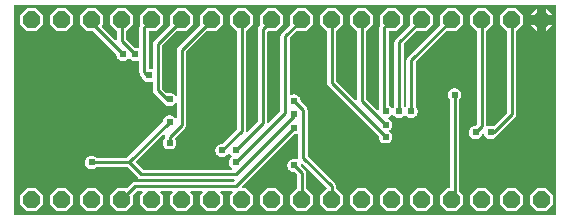
<source format=gbl>
G04 Layer: BottomLayer*
G04 EasyEDA v6.5.3, 2022-05-10 11:38:20*
G04 ab62d8b6a5be4e798c685c15e3818e9c,b03e5731a7a74599b12e1065cb71c7ef,10*
G04 Gerber Generator version 0.2*
G04 Scale: 100 percent, Rotated: No, Reflected: No *
G04 Dimensions in inches *
G04 leading zeros omitted , absolute positions ,3 integer and 6 decimal *
%FSLAX36Y36*%
%MOIN*%

%ADD10C,0.0100*%
%ADD11C,0.0240*%

%LPD*%
G36*
X614200Y3875200D02*
G01*
X612660Y3875500D01*
X611380Y3876380D01*
X610500Y3877660D01*
X610200Y3879200D01*
X610200Y4570800D01*
X610500Y4572340D01*
X611380Y4573620D01*
X612660Y4574500D01*
X614200Y4574800D01*
X2415800Y4574800D01*
X2417340Y4574500D01*
X2418620Y4573620D01*
X2419500Y4572340D01*
X2419800Y4570800D01*
X2419800Y3879200D01*
X2419500Y3877660D01*
X2418620Y3876380D01*
X2417340Y3875500D01*
X2415800Y3875200D01*
G37*

%LPC*%
G36*
X658720Y3887080D02*
G01*
X681280Y3887080D01*
X683460Y3887300D01*
X685380Y3887880D01*
X687140Y3888820D01*
X688840Y3890200D01*
X704800Y3906160D01*
X706180Y3907860D01*
X707120Y3909620D01*
X707700Y3911540D01*
X707920Y3913720D01*
X707920Y3936280D01*
X707700Y3938460D01*
X707120Y3940380D01*
X706180Y3942140D01*
X704800Y3943840D01*
X688840Y3959800D01*
X687140Y3961180D01*
X685380Y3962120D01*
X683460Y3962700D01*
X681280Y3962919D01*
X658720Y3962919D01*
X656540Y3962700D01*
X654620Y3962120D01*
X652860Y3961180D01*
X651160Y3959800D01*
X635220Y3943820D01*
X633820Y3942140D01*
X632880Y3940380D01*
X632300Y3938460D01*
X632100Y3936280D01*
X632100Y3913720D01*
X632300Y3911540D01*
X632880Y3909620D01*
X633820Y3907860D01*
X635220Y3906180D01*
X651160Y3890200D01*
X652860Y3888820D01*
X654620Y3887880D01*
X656540Y3887300D01*
G37*
G36*
X858720Y3887080D02*
G01*
X881280Y3887080D01*
X883460Y3887300D01*
X885380Y3887880D01*
X887140Y3888820D01*
X888840Y3890200D01*
X904800Y3906160D01*
X906180Y3907860D01*
X907120Y3909620D01*
X907700Y3911540D01*
X907920Y3913720D01*
X907920Y3936280D01*
X907700Y3938460D01*
X907120Y3940380D01*
X906180Y3942140D01*
X904800Y3943840D01*
X888840Y3959800D01*
X887140Y3961180D01*
X885380Y3962120D01*
X883460Y3962700D01*
X881280Y3962919D01*
X858720Y3962919D01*
X856540Y3962700D01*
X854620Y3962120D01*
X852860Y3961180D01*
X851160Y3959800D01*
X835220Y3943820D01*
X833820Y3942140D01*
X832880Y3940380D01*
X832300Y3938460D01*
X832099Y3936280D01*
X832099Y3913720D01*
X832300Y3911540D01*
X832880Y3909620D01*
X833820Y3907860D01*
X835220Y3906180D01*
X851160Y3890200D01*
X852860Y3888820D01*
X854620Y3887880D01*
X856540Y3887300D01*
G37*
G36*
X1458720Y3887080D02*
G01*
X1481279Y3887080D01*
X1483460Y3887300D01*
X1485380Y3887880D01*
X1487140Y3888820D01*
X1488839Y3890200D01*
X1504800Y3906160D01*
X1506180Y3907860D01*
X1507120Y3909620D01*
X1507700Y3911540D01*
X1507920Y3913720D01*
X1507920Y3936280D01*
X1507700Y3938460D01*
X1507120Y3940380D01*
X1506180Y3942140D01*
X1504800Y3943840D01*
X1488839Y3959800D01*
X1487140Y3961180D01*
X1485380Y3962120D01*
X1483460Y3962700D01*
X1481279Y3962919D01*
X1458720Y3962919D01*
X1456540Y3962700D01*
X1454620Y3962120D01*
X1452860Y3961180D01*
X1451160Y3959800D01*
X1435220Y3943820D01*
X1433820Y3942140D01*
X1432880Y3940380D01*
X1432300Y3938460D01*
X1432100Y3936280D01*
X1432100Y3913720D01*
X1432300Y3911540D01*
X1432880Y3909620D01*
X1433820Y3907860D01*
X1435220Y3906180D01*
X1451160Y3890200D01*
X1452860Y3888820D01*
X1454620Y3887880D01*
X1456540Y3887300D01*
G37*
G36*
X758720Y3887080D02*
G01*
X781280Y3887080D01*
X783460Y3887300D01*
X785380Y3887880D01*
X787140Y3888820D01*
X788840Y3890200D01*
X804800Y3906160D01*
X806180Y3907860D01*
X807120Y3909620D01*
X807700Y3911540D01*
X807920Y3913720D01*
X807920Y3936280D01*
X807700Y3938460D01*
X807120Y3940380D01*
X806180Y3942140D01*
X804800Y3943840D01*
X788840Y3959800D01*
X787140Y3961180D01*
X785380Y3962120D01*
X783460Y3962700D01*
X781280Y3962919D01*
X758720Y3962919D01*
X756540Y3962700D01*
X754620Y3962120D01*
X752860Y3961180D01*
X751160Y3959800D01*
X735220Y3943820D01*
X733820Y3942140D01*
X732880Y3940380D01*
X732300Y3938460D01*
X732099Y3936280D01*
X732099Y3913720D01*
X732300Y3911540D01*
X732880Y3909620D01*
X733820Y3907860D01*
X735220Y3906180D01*
X751160Y3890200D01*
X752860Y3888820D01*
X754620Y3887880D01*
X756540Y3887300D01*
G37*
G36*
X2158720Y3887080D02*
G01*
X2181280Y3887080D01*
X2183460Y3887300D01*
X2185380Y3887880D01*
X2187140Y3888820D01*
X2188840Y3890200D01*
X2204800Y3906160D01*
X2206180Y3907860D01*
X2207120Y3909620D01*
X2207700Y3911540D01*
X2207920Y3913720D01*
X2207920Y3936280D01*
X2207700Y3938460D01*
X2207120Y3940380D01*
X2206180Y3942140D01*
X2204800Y3943840D01*
X2188840Y3959800D01*
X2187140Y3961180D01*
X2185380Y3962120D01*
X2183460Y3962700D01*
X2181280Y3962919D01*
X2158720Y3962919D01*
X2156540Y3962700D01*
X2154620Y3962120D01*
X2152860Y3961180D01*
X2151160Y3959800D01*
X2135200Y3943840D01*
X2133820Y3942140D01*
X2132880Y3940380D01*
X2132300Y3938460D01*
X2132080Y3936280D01*
X2132080Y3913720D01*
X2132300Y3911540D01*
X2132880Y3909620D01*
X2133820Y3907860D01*
X2135200Y3906160D01*
X2151160Y3890200D01*
X2152860Y3888820D01*
X2154620Y3887880D01*
X2156540Y3887300D01*
G37*
G36*
X1958720Y3887080D02*
G01*
X1981279Y3887080D01*
X1983460Y3887300D01*
X1985380Y3887880D01*
X1987140Y3888820D01*
X1988839Y3890200D01*
X2004800Y3906160D01*
X2006180Y3907860D01*
X2007120Y3909620D01*
X2007700Y3911540D01*
X2007920Y3913720D01*
X2007920Y3936280D01*
X2007700Y3938460D01*
X2007120Y3940380D01*
X2006180Y3942140D01*
X2004800Y3943840D01*
X1988839Y3959800D01*
X1987140Y3961180D01*
X1985380Y3962120D01*
X1983460Y3962700D01*
X1981279Y3962919D01*
X1958720Y3962919D01*
X1956540Y3962700D01*
X1954620Y3962120D01*
X1952860Y3961180D01*
X1951160Y3959800D01*
X1935200Y3943840D01*
X1933820Y3942140D01*
X1932880Y3940380D01*
X1932300Y3938460D01*
X1932080Y3936280D01*
X1932080Y3913720D01*
X1932300Y3911540D01*
X1932880Y3909620D01*
X1933820Y3907860D01*
X1935200Y3906160D01*
X1951160Y3890200D01*
X1952860Y3888820D01*
X1954620Y3887880D01*
X1956540Y3887300D01*
G37*
G36*
X2258720Y3887080D02*
G01*
X2281280Y3887080D01*
X2283460Y3887300D01*
X2285380Y3887880D01*
X2287140Y3888820D01*
X2288840Y3890200D01*
X2304800Y3906160D01*
X2306180Y3907860D01*
X2307120Y3909620D01*
X2307700Y3911540D01*
X2307920Y3913720D01*
X2307920Y3936280D01*
X2307700Y3938460D01*
X2307120Y3940380D01*
X2306180Y3942140D01*
X2304800Y3943840D01*
X2288840Y3959800D01*
X2287140Y3961180D01*
X2285380Y3962120D01*
X2283460Y3962700D01*
X2281280Y3962919D01*
X2258720Y3962919D01*
X2256540Y3962700D01*
X2254620Y3962120D01*
X2252860Y3961180D01*
X2251160Y3959800D01*
X2235200Y3943840D01*
X2233820Y3942140D01*
X2232880Y3940380D01*
X2232300Y3938460D01*
X2232080Y3936280D01*
X2232080Y3913720D01*
X2232300Y3911540D01*
X2232880Y3909620D01*
X2233820Y3907860D01*
X2235200Y3906160D01*
X2251160Y3890200D01*
X2252860Y3888820D01*
X2254620Y3887880D01*
X2256540Y3887300D01*
G37*
G36*
X2358720Y3887080D02*
G01*
X2381280Y3887080D01*
X2383460Y3887300D01*
X2385380Y3887880D01*
X2387140Y3888820D01*
X2388840Y3890200D01*
X2404800Y3906160D01*
X2406180Y3907860D01*
X2407120Y3909620D01*
X2407700Y3911540D01*
X2407920Y3913720D01*
X2407920Y3936280D01*
X2407700Y3938460D01*
X2407120Y3940380D01*
X2406180Y3942140D01*
X2404800Y3943840D01*
X2388840Y3959800D01*
X2387140Y3961180D01*
X2385380Y3962120D01*
X2383460Y3962700D01*
X2381280Y3962919D01*
X2358720Y3962919D01*
X2356540Y3962700D01*
X2354620Y3962120D01*
X2352860Y3961180D01*
X2351160Y3959800D01*
X2335200Y3943840D01*
X2333820Y3942140D01*
X2332880Y3940380D01*
X2332300Y3938460D01*
X2332080Y3936280D01*
X2332080Y3913720D01*
X2332300Y3911540D01*
X2332880Y3909620D01*
X2333820Y3907860D01*
X2335200Y3906160D01*
X2351160Y3890200D01*
X2352860Y3888820D01*
X2354620Y3887880D01*
X2356540Y3887300D01*
G37*
G36*
X1758720Y3887080D02*
G01*
X1781279Y3887080D01*
X1783460Y3887300D01*
X1785380Y3887880D01*
X1787140Y3888820D01*
X1788839Y3890200D01*
X1804800Y3906160D01*
X1806180Y3907860D01*
X1807120Y3909620D01*
X1807700Y3911540D01*
X1807920Y3913720D01*
X1807920Y3936280D01*
X1807700Y3938460D01*
X1807120Y3940380D01*
X1806180Y3942140D01*
X1804800Y3943840D01*
X1788839Y3959800D01*
X1787140Y3961180D01*
X1785380Y3962120D01*
X1783460Y3962700D01*
X1781279Y3962919D01*
X1758720Y3962919D01*
X1756540Y3962700D01*
X1754620Y3962120D01*
X1752860Y3961180D01*
X1751160Y3959800D01*
X1735200Y3943840D01*
X1733820Y3942140D01*
X1732880Y3940380D01*
X1732300Y3938460D01*
X1732080Y3936280D01*
X1732080Y3913720D01*
X1732300Y3911540D01*
X1732880Y3909620D01*
X1733820Y3907860D01*
X1735200Y3906160D01*
X1751160Y3890200D01*
X1752860Y3888820D01*
X1754620Y3887880D01*
X1756540Y3887300D01*
G37*
G36*
X1858720Y3887080D02*
G01*
X1881279Y3887080D01*
X1883460Y3887300D01*
X1885380Y3887880D01*
X1887140Y3888820D01*
X1888839Y3890200D01*
X1904800Y3906160D01*
X1906180Y3907860D01*
X1907120Y3909620D01*
X1907700Y3911540D01*
X1907920Y3913720D01*
X1907920Y3936280D01*
X1907700Y3938460D01*
X1907120Y3940380D01*
X1906180Y3942140D01*
X1904800Y3943840D01*
X1888839Y3959800D01*
X1887140Y3961180D01*
X1885380Y3962120D01*
X1883460Y3962700D01*
X1881279Y3962919D01*
X1858720Y3962919D01*
X1856540Y3962700D01*
X1854620Y3962120D01*
X1852860Y3961180D01*
X1851160Y3959800D01*
X1835200Y3943840D01*
X1833820Y3942140D01*
X1832880Y3940380D01*
X1832300Y3938460D01*
X1832080Y3936280D01*
X1832080Y3913720D01*
X1832300Y3911540D01*
X1832880Y3909620D01*
X1833820Y3907860D01*
X1835200Y3906160D01*
X1851160Y3890200D01*
X1852860Y3888820D01*
X1854620Y3887880D01*
X1856540Y3887300D01*
G37*
G36*
X2058720Y3887080D02*
G01*
X2081279Y3887080D01*
X2083460Y3887300D01*
X2085380Y3887880D01*
X2087140Y3888820D01*
X2088839Y3890200D01*
X2104800Y3906160D01*
X2106180Y3907860D01*
X2107120Y3909620D01*
X2107700Y3911540D01*
X2107920Y3913720D01*
X2107920Y3936280D01*
X2107700Y3938460D01*
X2107120Y3940380D01*
X2106180Y3942140D01*
X2104800Y3943840D01*
X2096380Y3952260D01*
X2095500Y3953560D01*
X2095200Y3955080D01*
X2095200Y4257280D01*
X2095500Y4258820D01*
X2096380Y4260120D01*
X2097000Y4260740D01*
X2099220Y4263900D01*
X2100840Y4267420D01*
X2101840Y4271140D01*
X2102180Y4275000D01*
X2101840Y4278860D01*
X2100840Y4282580D01*
X2099220Y4286100D01*
X2097000Y4289260D01*
X2094259Y4292000D01*
X2091100Y4294220D01*
X2087580Y4295840D01*
X2083860Y4296840D01*
X2080000Y4297180D01*
X2076140Y4296840D01*
X2072420Y4295840D01*
X2068899Y4294220D01*
X2065740Y4292000D01*
X2063000Y4289260D01*
X2060780Y4286100D01*
X2059160Y4282580D01*
X2058160Y4278860D01*
X2057820Y4275000D01*
X2058160Y4271140D01*
X2059160Y4267420D01*
X2060780Y4263900D01*
X2063000Y4260740D01*
X2063620Y4260120D01*
X2064500Y4258820D01*
X2064800Y4257280D01*
X2064800Y3966920D01*
X2064500Y3965380D01*
X2063620Y3964100D01*
X2062340Y3963220D01*
X2060800Y3962919D01*
X2058720Y3962919D01*
X2056540Y3962700D01*
X2054620Y3962120D01*
X2052860Y3961180D01*
X2051160Y3959800D01*
X2035200Y3943840D01*
X2033820Y3942140D01*
X2032880Y3940380D01*
X2032300Y3938460D01*
X2032080Y3936280D01*
X2032080Y3913720D01*
X2032300Y3911540D01*
X2032880Y3909620D01*
X2033820Y3907860D01*
X2035200Y3906160D01*
X2051160Y3890200D01*
X2052860Y3888820D01*
X2054620Y3887880D01*
X2056540Y3887300D01*
G37*
G36*
X958720Y3887080D02*
G01*
X981280Y3887080D01*
X983460Y3887300D01*
X985380Y3887880D01*
X987140Y3888820D01*
X988840Y3890200D01*
X1004800Y3906160D01*
X1006180Y3907860D01*
X1007120Y3909620D01*
X1007700Y3911540D01*
X1007920Y3913720D01*
X1007920Y3936259D01*
X1007620Y3939000D01*
X1007660Y3940179D01*
X1008060Y3941300D01*
X1008760Y3942260D01*
X1020120Y3953620D01*
X1021420Y3954500D01*
X1022960Y3954800D01*
X1036520Y3954800D01*
X1038060Y3954500D01*
X1039360Y3953620D01*
X1040220Y3952340D01*
X1040520Y3950800D01*
X1040220Y3949280D01*
X1039360Y3947980D01*
X1035220Y3943820D01*
X1033820Y3942140D01*
X1032880Y3940380D01*
X1032300Y3938460D01*
X1032099Y3936280D01*
X1032099Y3913720D01*
X1032300Y3911540D01*
X1032880Y3909620D01*
X1033820Y3907860D01*
X1035220Y3906180D01*
X1051160Y3890200D01*
X1052860Y3888820D01*
X1054620Y3887880D01*
X1056540Y3887300D01*
X1058720Y3887080D01*
X1081280Y3887080D01*
X1083460Y3887300D01*
X1085380Y3887880D01*
X1087140Y3888820D01*
X1088840Y3890200D01*
X1104800Y3906160D01*
X1106180Y3907860D01*
X1107120Y3909620D01*
X1107700Y3911540D01*
X1107920Y3913720D01*
X1107920Y3936280D01*
X1107700Y3938460D01*
X1107120Y3940380D01*
X1106180Y3942140D01*
X1104800Y3943840D01*
X1100660Y3947980D01*
X1099780Y3949260D01*
X1099480Y3950800D01*
X1099780Y3952340D01*
X1100660Y3953620D01*
X1101960Y3954500D01*
X1103480Y3954800D01*
X1136520Y3954800D01*
X1138060Y3954500D01*
X1139360Y3953620D01*
X1140220Y3952340D01*
X1140520Y3950800D01*
X1140220Y3949280D01*
X1139360Y3947980D01*
X1135220Y3943820D01*
X1133820Y3942140D01*
X1132880Y3940380D01*
X1132300Y3938460D01*
X1132100Y3936280D01*
X1132100Y3913720D01*
X1132300Y3911540D01*
X1132880Y3909620D01*
X1133820Y3907860D01*
X1135220Y3906180D01*
X1151160Y3890200D01*
X1152860Y3888820D01*
X1154620Y3887880D01*
X1156540Y3887300D01*
X1158720Y3887080D01*
X1181280Y3887080D01*
X1183460Y3887300D01*
X1185380Y3887880D01*
X1187140Y3888820D01*
X1188840Y3890200D01*
X1204800Y3906160D01*
X1206180Y3907860D01*
X1207120Y3909620D01*
X1207700Y3911540D01*
X1207920Y3913720D01*
X1207920Y3936280D01*
X1207700Y3938460D01*
X1207120Y3940380D01*
X1206180Y3942140D01*
X1204800Y3943840D01*
X1200660Y3947980D01*
X1199780Y3949260D01*
X1199480Y3950800D01*
X1199780Y3952340D01*
X1200660Y3953620D01*
X1201960Y3954500D01*
X1203480Y3954800D01*
X1236520Y3954800D01*
X1238060Y3954500D01*
X1239360Y3953620D01*
X1240220Y3952340D01*
X1240520Y3950800D01*
X1240220Y3949280D01*
X1239360Y3947980D01*
X1235220Y3943820D01*
X1233820Y3942140D01*
X1232880Y3940380D01*
X1232300Y3938460D01*
X1232100Y3936280D01*
X1232100Y3913720D01*
X1232300Y3911540D01*
X1232880Y3909620D01*
X1233820Y3907860D01*
X1235220Y3906180D01*
X1251160Y3890200D01*
X1252860Y3888820D01*
X1254620Y3887880D01*
X1256540Y3887300D01*
X1258720Y3887080D01*
X1281279Y3887080D01*
X1283460Y3887300D01*
X1285380Y3887880D01*
X1287140Y3888820D01*
X1288839Y3890200D01*
X1304800Y3906160D01*
X1306180Y3907860D01*
X1307120Y3909620D01*
X1307700Y3911540D01*
X1307920Y3913720D01*
X1307920Y3936280D01*
X1307700Y3938460D01*
X1307120Y3940380D01*
X1306180Y3942140D01*
X1304800Y3943840D01*
X1300660Y3947980D01*
X1299780Y3949260D01*
X1299480Y3950800D01*
X1299780Y3952340D01*
X1300660Y3953620D01*
X1301960Y3954500D01*
X1303480Y3954800D01*
X1336519Y3954800D01*
X1338060Y3954500D01*
X1339360Y3953620D01*
X1340220Y3952340D01*
X1340520Y3950800D01*
X1340220Y3949280D01*
X1339360Y3947980D01*
X1335220Y3943820D01*
X1333820Y3942140D01*
X1332880Y3940380D01*
X1332300Y3938460D01*
X1332100Y3936280D01*
X1332100Y3913720D01*
X1332300Y3911540D01*
X1332880Y3909620D01*
X1333820Y3907860D01*
X1335220Y3906180D01*
X1351160Y3890200D01*
X1352860Y3888820D01*
X1354620Y3887880D01*
X1356540Y3887300D01*
X1358720Y3887080D01*
X1381279Y3887080D01*
X1383460Y3887300D01*
X1385380Y3887880D01*
X1387140Y3888820D01*
X1388839Y3890200D01*
X1404800Y3906160D01*
X1406180Y3907860D01*
X1407120Y3909620D01*
X1407700Y3911540D01*
X1407920Y3913720D01*
X1407920Y3936280D01*
X1407700Y3938460D01*
X1407120Y3940380D01*
X1406180Y3942140D01*
X1404800Y3943840D01*
X1388839Y3959800D01*
X1387140Y3961180D01*
X1385380Y3962120D01*
X1383460Y3962700D01*
X1381279Y3962919D01*
X1374079Y3962919D01*
X1372540Y3963220D01*
X1371240Y3964100D01*
X1370380Y3965380D01*
X1370080Y3966920D01*
X1370380Y3968460D01*
X1371240Y3969740D01*
X1543220Y4141720D01*
X1544360Y4142520D01*
X1545700Y4142880D01*
X1548860Y4143159D01*
X1552580Y4144160D01*
X1554100Y4144860D01*
X1555660Y4145240D01*
X1557240Y4144980D01*
X1558580Y4144120D01*
X1559480Y4142799D01*
X1559800Y4141240D01*
X1559800Y4065200D01*
X1559900Y4064100D01*
X1559720Y4062440D01*
X1558880Y4061000D01*
X1557500Y4060020D01*
X1555860Y4059700D01*
X1554240Y4060080D01*
X1552580Y4060840D01*
X1548860Y4061840D01*
X1545000Y4062180D01*
X1541140Y4061840D01*
X1537420Y4060840D01*
X1533899Y4059220D01*
X1530740Y4057000D01*
X1528000Y4054260D01*
X1525780Y4051100D01*
X1524160Y4047580D01*
X1523160Y4043860D01*
X1522820Y4040000D01*
X1523160Y4036139D01*
X1524160Y4032420D01*
X1525780Y4028900D01*
X1528000Y4025740D01*
X1530740Y4023000D01*
X1533899Y4020779D01*
X1537420Y4019160D01*
X1541140Y4018159D01*
X1544300Y4017880D01*
X1545640Y4017520D01*
X1546780Y4016720D01*
X1553620Y4009880D01*
X1554500Y4008580D01*
X1554800Y4007040D01*
X1554800Y3964620D01*
X1554400Y3962880D01*
X1553300Y3961500D01*
X1551140Y3959780D01*
X1535220Y3943820D01*
X1533820Y3942140D01*
X1532880Y3940380D01*
X1532300Y3938460D01*
X1532100Y3936280D01*
X1532100Y3913720D01*
X1532300Y3911540D01*
X1532880Y3909620D01*
X1533820Y3907860D01*
X1535220Y3906180D01*
X1551160Y3890200D01*
X1552860Y3888820D01*
X1554620Y3887880D01*
X1556540Y3887300D01*
X1558720Y3887080D01*
X1581279Y3887080D01*
X1583460Y3887300D01*
X1585380Y3887880D01*
X1587140Y3888820D01*
X1588839Y3890200D01*
X1604800Y3906160D01*
X1606180Y3907860D01*
X1607120Y3909620D01*
X1607700Y3911540D01*
X1607920Y3913720D01*
X1607920Y3936280D01*
X1607700Y3938460D01*
X1607120Y3940380D01*
X1606180Y3942140D01*
X1604800Y3943840D01*
X1588839Y3959780D01*
X1586699Y3961500D01*
X1585600Y3962880D01*
X1585200Y3964620D01*
X1585200Y4014800D01*
X1584880Y4017960D01*
X1584019Y4020800D01*
X1582620Y4023440D01*
X1580600Y4025880D01*
X1568280Y4038220D01*
X1567480Y4039360D01*
X1567060Y4041460D01*
X1567240Y4043060D01*
X1568060Y4044460D01*
X1569360Y4045440D01*
X1570920Y4045800D01*
X1572520Y4045520D01*
X1573880Y4044640D01*
X1652200Y3966320D01*
X1653100Y3964920D01*
X1653360Y3963279D01*
X1652940Y3961680D01*
X1651900Y3960400D01*
X1651160Y3959800D01*
X1635220Y3943820D01*
X1633820Y3942140D01*
X1632880Y3940380D01*
X1632300Y3938460D01*
X1632100Y3936280D01*
X1632100Y3913720D01*
X1632300Y3911540D01*
X1632880Y3909620D01*
X1633820Y3907860D01*
X1635220Y3906180D01*
X1651160Y3890200D01*
X1652860Y3888820D01*
X1654620Y3887880D01*
X1656540Y3887300D01*
X1658720Y3887080D01*
X1681279Y3887080D01*
X1683460Y3887300D01*
X1685380Y3887880D01*
X1687140Y3888820D01*
X1688839Y3890200D01*
X1704800Y3906160D01*
X1706180Y3907860D01*
X1707120Y3909620D01*
X1707700Y3911540D01*
X1707920Y3913720D01*
X1707920Y3936280D01*
X1707700Y3938460D01*
X1707120Y3940380D01*
X1706180Y3942140D01*
X1704800Y3943840D01*
X1688839Y3959780D01*
X1686699Y3961500D01*
X1685600Y3962880D01*
X1685200Y3964620D01*
X1685200Y3969800D01*
X1684880Y3972960D01*
X1684019Y3975800D01*
X1682620Y3978440D01*
X1680600Y3980880D01*
X1591380Y4070120D01*
X1590500Y4071420D01*
X1590200Y4072960D01*
X1590200Y4224800D01*
X1589880Y4227960D01*
X1589019Y4230800D01*
X1587620Y4233440D01*
X1585600Y4235880D01*
X1568280Y4253220D01*
X1567480Y4254360D01*
X1567120Y4255700D01*
X1566840Y4258860D01*
X1565840Y4262580D01*
X1564220Y4266100D01*
X1562000Y4269260D01*
X1559259Y4272000D01*
X1556100Y4274220D01*
X1552580Y4275840D01*
X1548860Y4276840D01*
X1545000Y4277180D01*
X1541140Y4276840D01*
X1537420Y4275840D01*
X1535900Y4275140D01*
X1534340Y4274760D01*
X1532760Y4275020D01*
X1531420Y4275880D01*
X1530520Y4277200D01*
X1530200Y4278760D01*
X1530200Y4462040D01*
X1530500Y4463580D01*
X1531380Y4464880D01*
X1552740Y4486240D01*
X1553700Y4486940D01*
X1554820Y4487340D01*
X1556000Y4487380D01*
X1558740Y4487080D01*
X1581279Y4487080D01*
X1583460Y4487300D01*
X1585380Y4487880D01*
X1587140Y4488820D01*
X1588839Y4490200D01*
X1604800Y4506160D01*
X1606180Y4507860D01*
X1607120Y4509620D01*
X1607700Y4511540D01*
X1607920Y4513720D01*
X1607920Y4536280D01*
X1607700Y4538460D01*
X1607120Y4540380D01*
X1606180Y4542140D01*
X1604800Y4543840D01*
X1588839Y4559800D01*
X1587140Y4561180D01*
X1585380Y4562120D01*
X1583460Y4562700D01*
X1581279Y4562920D01*
X1558720Y4562920D01*
X1556540Y4562700D01*
X1554620Y4562120D01*
X1552860Y4561180D01*
X1551160Y4559800D01*
X1535220Y4543820D01*
X1533820Y4542140D01*
X1532880Y4540380D01*
X1532300Y4538460D01*
X1532100Y4536280D01*
X1532100Y4513740D01*
X1532400Y4511020D01*
X1532200Y4509240D01*
X1531240Y4507740D01*
X1504400Y4480880D01*
X1502380Y4478440D01*
X1500980Y4475800D01*
X1500120Y4472960D01*
X1499800Y4469800D01*
X1499800Y4222960D01*
X1499500Y4221420D01*
X1498620Y4220120D01*
X1462020Y4183519D01*
X1460740Y4182660D01*
X1459199Y4182360D01*
X1457660Y4182660D01*
X1456380Y4183519D01*
X1455500Y4184820D01*
X1455200Y4186360D01*
X1455200Y4483080D01*
X1455500Y4484620D01*
X1456380Y4485900D01*
X1457660Y4486780D01*
X1459199Y4487080D01*
X1481279Y4487080D01*
X1483460Y4487300D01*
X1485380Y4487880D01*
X1487140Y4488820D01*
X1488839Y4490200D01*
X1504800Y4506160D01*
X1506180Y4507860D01*
X1507120Y4509620D01*
X1507700Y4511540D01*
X1507920Y4513720D01*
X1507920Y4536280D01*
X1507700Y4538460D01*
X1507120Y4540380D01*
X1506180Y4542140D01*
X1504800Y4543840D01*
X1488839Y4559800D01*
X1487140Y4561180D01*
X1485380Y4562120D01*
X1483460Y4562700D01*
X1481279Y4562920D01*
X1458720Y4562920D01*
X1456540Y4562700D01*
X1454620Y4562120D01*
X1452860Y4561180D01*
X1451160Y4559800D01*
X1435220Y4543820D01*
X1433820Y4542140D01*
X1432880Y4540380D01*
X1432300Y4538460D01*
X1432100Y4536280D01*
X1432100Y4513740D01*
X1432400Y4511020D01*
X1432200Y4509240D01*
X1431240Y4507740D01*
X1429400Y4505880D01*
X1427380Y4503440D01*
X1425980Y4500800D01*
X1425120Y4497960D01*
X1424800Y4494800D01*
X1424800Y4187960D01*
X1424500Y4186420D01*
X1423620Y4185120D01*
X1392020Y4153519D01*
X1390740Y4152660D01*
X1389199Y4152360D01*
X1387660Y4152660D01*
X1386380Y4153519D01*
X1385500Y4154820D01*
X1385200Y4156360D01*
X1385200Y4485380D01*
X1385600Y4487120D01*
X1386699Y4488500D01*
X1388839Y4490220D01*
X1404800Y4506160D01*
X1406180Y4507860D01*
X1407120Y4509620D01*
X1407700Y4511540D01*
X1407920Y4513720D01*
X1407920Y4536280D01*
X1407700Y4538460D01*
X1407120Y4540380D01*
X1406180Y4542140D01*
X1404800Y4543840D01*
X1388839Y4559800D01*
X1387140Y4561180D01*
X1385380Y4562120D01*
X1383460Y4562700D01*
X1381279Y4562920D01*
X1358720Y4562920D01*
X1356540Y4562700D01*
X1354620Y4562120D01*
X1352860Y4561180D01*
X1351160Y4559800D01*
X1335220Y4543820D01*
X1333820Y4542140D01*
X1332880Y4540380D01*
X1332300Y4538460D01*
X1332100Y4536280D01*
X1332100Y4513720D01*
X1332300Y4511540D01*
X1332880Y4509620D01*
X1333820Y4507860D01*
X1335220Y4506180D01*
X1351140Y4490220D01*
X1353300Y4488500D01*
X1354400Y4487120D01*
X1354800Y4485380D01*
X1354800Y4162960D01*
X1354500Y4161420D01*
X1353620Y4160120D01*
X1306780Y4113279D01*
X1305640Y4112480D01*
X1304300Y4112120D01*
X1301140Y4111840D01*
X1297420Y4110840D01*
X1293899Y4109220D01*
X1290740Y4107000D01*
X1288000Y4104260D01*
X1285780Y4101100D01*
X1284160Y4097580D01*
X1283160Y4093860D01*
X1282820Y4090000D01*
X1283160Y4086139D01*
X1284160Y4082420D01*
X1285780Y4078900D01*
X1288000Y4075740D01*
X1290740Y4073000D01*
X1293899Y4070779D01*
X1297420Y4069160D01*
X1301140Y4068159D01*
X1305000Y4067820D01*
X1308860Y4068159D01*
X1312580Y4069160D01*
X1316100Y4070779D01*
X1319259Y4073000D01*
X1322000Y4075740D01*
X1324220Y4078920D01*
X1325320Y4079980D01*
X1326740Y4080560D01*
X1328260Y4080560D01*
X1329680Y4079980D01*
X1330780Y4078920D01*
X1333000Y4075740D01*
X1335920Y4072820D01*
X1336780Y4071540D01*
X1337080Y4070000D01*
X1336780Y4068460D01*
X1335920Y4067180D01*
X1333000Y4064260D01*
X1330780Y4061100D01*
X1329160Y4057580D01*
X1328160Y4053860D01*
X1327820Y4050000D01*
X1328160Y4046139D01*
X1329160Y4042420D01*
X1330780Y4038900D01*
X1333000Y4035740D01*
X1335740Y4033000D01*
X1336500Y4032480D01*
X1337640Y4031259D01*
X1338180Y4029660D01*
X1338020Y4028000D01*
X1337180Y4026540D01*
X1335840Y4025560D01*
X1334199Y4025200D01*
X1042960Y4025200D01*
X1041420Y4025500D01*
X1040120Y4026380D01*
X1019320Y4047180D01*
X1018460Y4048460D01*
X1018160Y4050000D01*
X1018460Y4051540D01*
X1019320Y4052820D01*
X1108460Y4141960D01*
X1109940Y4142900D01*
X1111680Y4143120D01*
X1113340Y4142559D01*
X1114620Y4141360D01*
X1115240Y4139720D01*
X1114800Y4134800D01*
X1114800Y4132720D01*
X1114500Y4131180D01*
X1113620Y4129880D01*
X1113000Y4129260D01*
X1110780Y4126100D01*
X1109160Y4122580D01*
X1108160Y4118860D01*
X1107820Y4115000D01*
X1108160Y4111139D01*
X1109160Y4107420D01*
X1110780Y4103900D01*
X1113000Y4100740D01*
X1115740Y4098000D01*
X1118900Y4095779D01*
X1122420Y4094160D01*
X1126140Y4093159D01*
X1130000Y4092820D01*
X1133860Y4093159D01*
X1137580Y4094160D01*
X1141100Y4095779D01*
X1144260Y4098000D01*
X1147000Y4100740D01*
X1149220Y4103900D01*
X1150840Y4107420D01*
X1151840Y4111139D01*
X1152180Y4115000D01*
X1151840Y4118860D01*
X1150840Y4122580D01*
X1149220Y4126100D01*
X1148400Y4127240D01*
X1147820Y4128500D01*
X1147700Y4129880D01*
X1148060Y4131220D01*
X1148860Y4132360D01*
X1180600Y4164120D01*
X1182620Y4166560D01*
X1184020Y4169200D01*
X1184880Y4172040D01*
X1185200Y4175200D01*
X1185200Y4417040D01*
X1185500Y4418580D01*
X1186380Y4419880D01*
X1252740Y4486240D01*
X1253700Y4486940D01*
X1254820Y4487340D01*
X1256000Y4487380D01*
X1258740Y4487080D01*
X1281279Y4487080D01*
X1283460Y4487300D01*
X1285380Y4487880D01*
X1287140Y4488820D01*
X1288839Y4490200D01*
X1304800Y4506160D01*
X1306180Y4507860D01*
X1307120Y4509620D01*
X1307700Y4511540D01*
X1307920Y4513720D01*
X1307920Y4536280D01*
X1307700Y4538460D01*
X1307120Y4540380D01*
X1306180Y4542140D01*
X1304800Y4543840D01*
X1288839Y4559800D01*
X1287140Y4561180D01*
X1285380Y4562120D01*
X1283460Y4562700D01*
X1281279Y4562920D01*
X1258720Y4562920D01*
X1256540Y4562700D01*
X1254620Y4562120D01*
X1252860Y4561180D01*
X1251160Y4559800D01*
X1235220Y4543820D01*
X1233820Y4542140D01*
X1232880Y4540380D01*
X1232300Y4538460D01*
X1232100Y4536280D01*
X1232100Y4513740D01*
X1232400Y4511020D01*
X1232200Y4509240D01*
X1231240Y4507740D01*
X1159400Y4435880D01*
X1157380Y4433440D01*
X1155980Y4430800D01*
X1155120Y4427960D01*
X1154800Y4424800D01*
X1154800Y4275800D01*
X1154440Y4274160D01*
X1153460Y4272820D01*
X1152000Y4271980D01*
X1150340Y4271820D01*
X1148740Y4272360D01*
X1147520Y4273500D01*
X1147000Y4274260D01*
X1144260Y4277000D01*
X1141100Y4279220D01*
X1137580Y4280840D01*
X1133860Y4281840D01*
X1130000Y4282180D01*
X1126140Y4281840D01*
X1123260Y4281080D01*
X1121860Y4280960D01*
X1120520Y4281320D01*
X1119380Y4282100D01*
X1106380Y4295120D01*
X1105500Y4296420D01*
X1105200Y4297960D01*
X1105200Y4437040D01*
X1105500Y4438580D01*
X1106380Y4439880D01*
X1152740Y4486240D01*
X1153700Y4486940D01*
X1154820Y4487340D01*
X1156000Y4487380D01*
X1158740Y4487080D01*
X1181280Y4487080D01*
X1183460Y4487300D01*
X1185380Y4487880D01*
X1187140Y4488820D01*
X1188840Y4490200D01*
X1204800Y4506160D01*
X1206180Y4507860D01*
X1207120Y4509620D01*
X1207700Y4511540D01*
X1207920Y4513720D01*
X1207920Y4536280D01*
X1207700Y4538460D01*
X1207120Y4540380D01*
X1206180Y4542140D01*
X1204800Y4543840D01*
X1188840Y4559800D01*
X1187140Y4561180D01*
X1185380Y4562120D01*
X1183460Y4562700D01*
X1181280Y4562920D01*
X1158720Y4562920D01*
X1156540Y4562700D01*
X1154620Y4562120D01*
X1152860Y4561180D01*
X1151160Y4559800D01*
X1135220Y4543820D01*
X1133820Y4542140D01*
X1132880Y4540380D01*
X1132300Y4538460D01*
X1132100Y4536280D01*
X1132100Y4513740D01*
X1132400Y4511020D01*
X1132200Y4509240D01*
X1131240Y4507740D01*
X1079400Y4455880D01*
X1077380Y4453440D01*
X1075980Y4450800D01*
X1075120Y4447960D01*
X1074800Y4444800D01*
X1074800Y4363760D01*
X1074480Y4362200D01*
X1073580Y4360880D01*
X1072240Y4360020D01*
X1070660Y4359760D01*
X1069100Y4360140D01*
X1067580Y4360840D01*
X1062440Y4362240D01*
X1061260Y4363140D01*
X1060480Y4364380D01*
X1060200Y4365840D01*
X1060200Y4483080D01*
X1060500Y4484620D01*
X1061380Y4485900D01*
X1062660Y4486780D01*
X1064200Y4487080D01*
X1081280Y4487080D01*
X1083460Y4487300D01*
X1085380Y4487880D01*
X1087140Y4488820D01*
X1088840Y4490200D01*
X1104800Y4506160D01*
X1106180Y4507860D01*
X1107120Y4509620D01*
X1107700Y4511540D01*
X1107920Y4513720D01*
X1107920Y4536280D01*
X1107700Y4538460D01*
X1107120Y4540380D01*
X1106180Y4542140D01*
X1104800Y4543840D01*
X1088840Y4559800D01*
X1087140Y4561180D01*
X1085380Y4562120D01*
X1083460Y4562700D01*
X1081280Y4562920D01*
X1058720Y4562920D01*
X1056540Y4562700D01*
X1054620Y4562120D01*
X1052860Y4561180D01*
X1051160Y4559800D01*
X1035220Y4543820D01*
X1033820Y4542140D01*
X1032880Y4540380D01*
X1032300Y4538460D01*
X1032099Y4536280D01*
X1032099Y4513720D01*
X1032300Y4511540D01*
X1032600Y4509500D01*
X1032159Y4508000D01*
X1030980Y4505800D01*
X1030120Y4502960D01*
X1029800Y4499800D01*
X1029800Y4433760D01*
X1029479Y4432200D01*
X1028580Y4430880D01*
X1027240Y4430020D01*
X1025660Y4429760D01*
X1024100Y4430140D01*
X1022580Y4430840D01*
X1018860Y4431840D01*
X1015699Y4432120D01*
X1014360Y4432480D01*
X1013220Y4433280D01*
X986380Y4460120D01*
X985500Y4461420D01*
X985200Y4462960D01*
X985200Y4485380D01*
X985600Y4487120D01*
X986700Y4488500D01*
X988840Y4490220D01*
X1004800Y4506160D01*
X1006180Y4507860D01*
X1007120Y4509620D01*
X1007700Y4511540D01*
X1007920Y4513720D01*
X1007920Y4536280D01*
X1007700Y4538460D01*
X1007120Y4540380D01*
X1006180Y4542140D01*
X1004800Y4543840D01*
X988840Y4559800D01*
X987140Y4561180D01*
X985380Y4562120D01*
X983460Y4562700D01*
X981280Y4562920D01*
X958720Y4562920D01*
X956540Y4562700D01*
X954620Y4562120D01*
X952860Y4561180D01*
X951160Y4559800D01*
X935220Y4543820D01*
X933820Y4542140D01*
X932880Y4540380D01*
X932300Y4538460D01*
X932099Y4536280D01*
X932099Y4513720D01*
X932300Y4511540D01*
X932880Y4509620D01*
X933820Y4507860D01*
X935220Y4506180D01*
X951140Y4490220D01*
X953300Y4488500D01*
X954400Y4487120D01*
X954800Y4485380D01*
X954800Y4461360D01*
X954500Y4459820D01*
X953620Y4458520D01*
X952340Y4457660D01*
X950800Y4457360D01*
X949260Y4457660D01*
X947980Y4458520D01*
X905340Y4501160D01*
X904520Y4502360D01*
X904180Y4503780D01*
X904380Y4505240D01*
X905080Y4506520D01*
X906180Y4507860D01*
X907120Y4509620D01*
X907700Y4511540D01*
X907920Y4513720D01*
X907920Y4536280D01*
X907700Y4538460D01*
X907120Y4540380D01*
X906180Y4542140D01*
X904800Y4543840D01*
X888840Y4559800D01*
X887140Y4561180D01*
X885380Y4562120D01*
X883460Y4562700D01*
X881280Y4562920D01*
X858720Y4562920D01*
X856540Y4562700D01*
X854620Y4562120D01*
X852860Y4561180D01*
X851160Y4559800D01*
X835220Y4543820D01*
X833820Y4542140D01*
X832880Y4540380D01*
X832300Y4538460D01*
X832099Y4536280D01*
X832099Y4513720D01*
X832300Y4511540D01*
X832880Y4509620D01*
X833820Y4507860D01*
X835220Y4506180D01*
X851160Y4490200D01*
X852860Y4488820D01*
X854620Y4487880D01*
X856540Y4487300D01*
X858720Y4487080D01*
X874760Y4487080D01*
X876300Y4486780D01*
X877600Y4485900D01*
X951720Y4411780D01*
X952520Y4410640D01*
X952880Y4409300D01*
X953160Y4406140D01*
X954160Y4402420D01*
X955780Y4398900D01*
X958000Y4395740D01*
X960740Y4393000D01*
X963900Y4390780D01*
X967420Y4389160D01*
X971140Y4388160D01*
X975000Y4387820D01*
X978860Y4388160D01*
X982580Y4389160D01*
X986100Y4390780D01*
X989260Y4393000D01*
X992180Y4395920D01*
X993460Y4396780D01*
X995000Y4397080D01*
X996540Y4396780D01*
X997820Y4395920D01*
X1000740Y4393000D01*
X1003900Y4390780D01*
X1007420Y4389160D01*
X1011140Y4388160D01*
X1015000Y4387820D01*
X1018860Y4388160D01*
X1022580Y4389160D01*
X1024100Y4389860D01*
X1025660Y4390240D01*
X1027240Y4389980D01*
X1028580Y4389120D01*
X1029479Y4387800D01*
X1029800Y4386240D01*
X1029800Y4350200D01*
X1030120Y4347040D01*
X1030980Y4344200D01*
X1032380Y4341560D01*
X1034400Y4339120D01*
X1037680Y4335820D01*
X1038319Y4334980D01*
X1038720Y4334020D01*
X1039160Y4332420D01*
X1040780Y4328900D01*
X1043000Y4325740D01*
X1045740Y4323000D01*
X1048900Y4320780D01*
X1052420Y4319160D01*
X1056140Y4318160D01*
X1060000Y4317820D01*
X1063860Y4318160D01*
X1067580Y4319160D01*
X1069100Y4319860D01*
X1070660Y4320240D01*
X1072240Y4319980D01*
X1073580Y4319120D01*
X1074480Y4317800D01*
X1074800Y4316240D01*
X1074800Y4290200D01*
X1075120Y4287040D01*
X1075980Y4284200D01*
X1077380Y4281560D01*
X1079400Y4279120D01*
X1109120Y4249400D01*
X1111820Y4247160D01*
X1113000Y4245740D01*
X1115740Y4243000D01*
X1118900Y4240780D01*
X1122420Y4239160D01*
X1126140Y4238160D01*
X1130000Y4237820D01*
X1133860Y4238160D01*
X1137580Y4239160D01*
X1141100Y4240780D01*
X1144260Y4243000D01*
X1147000Y4245740D01*
X1147520Y4246500D01*
X1148740Y4247640D01*
X1150340Y4248180D01*
X1152000Y4248020D01*
X1153460Y4247180D01*
X1154440Y4245840D01*
X1154800Y4244200D01*
X1154800Y4200800D01*
X1154440Y4199160D01*
X1153460Y4197820D01*
X1152000Y4196980D01*
X1150340Y4196820D01*
X1148740Y4197360D01*
X1147520Y4198500D01*
X1147000Y4199260D01*
X1144260Y4202000D01*
X1141100Y4204220D01*
X1137580Y4205840D01*
X1133860Y4206840D01*
X1130000Y4207180D01*
X1126140Y4206840D01*
X1122420Y4205840D01*
X1118900Y4204220D01*
X1115740Y4202000D01*
X1113000Y4199260D01*
X1110780Y4196100D01*
X1109160Y4192580D01*
X1108160Y4188860D01*
X1107880Y4185700D01*
X1107520Y4184360D01*
X1106720Y4183220D01*
X989880Y4066380D01*
X988580Y4065500D01*
X987039Y4065200D01*
X887720Y4065200D01*
X886180Y4065500D01*
X884880Y4066380D01*
X884260Y4067000D01*
X881100Y4069220D01*
X877580Y4070840D01*
X873860Y4071840D01*
X870000Y4072180D01*
X866140Y4071840D01*
X862420Y4070840D01*
X858900Y4069220D01*
X855740Y4067000D01*
X853000Y4064260D01*
X850780Y4061100D01*
X849160Y4057580D01*
X848160Y4053860D01*
X847820Y4050000D01*
X848160Y4046139D01*
X849160Y4042420D01*
X850780Y4038900D01*
X853000Y4035740D01*
X855740Y4033000D01*
X858900Y4030779D01*
X862420Y4029160D01*
X866140Y4028159D01*
X870000Y4027820D01*
X873860Y4028159D01*
X877580Y4029160D01*
X881100Y4030779D01*
X884260Y4033000D01*
X884880Y4033620D01*
X886180Y4034500D01*
X887720Y4034800D01*
X987039Y4034800D01*
X988580Y4034500D01*
X989880Y4033620D01*
X1024120Y3999400D01*
X1026560Y3997380D01*
X1029200Y3995980D01*
X1032039Y3995120D01*
X1035200Y3994800D01*
X1343640Y3994800D01*
X1345180Y3994500D01*
X1346480Y3993620D01*
X1347340Y3992340D01*
X1347640Y3990800D01*
X1347340Y3989260D01*
X1346480Y3987980D01*
X1344880Y3986380D01*
X1343580Y3985500D01*
X1342040Y3985200D01*
X1015200Y3985200D01*
X1012039Y3984880D01*
X1009200Y3984020D01*
X1006560Y3982620D01*
X1004120Y3980600D01*
X987260Y3963759D01*
X986300Y3963060D01*
X985180Y3962660D01*
X984000Y3962620D01*
X981260Y3962919D01*
X958720Y3962919D01*
X956540Y3962700D01*
X954620Y3962120D01*
X952860Y3961180D01*
X951160Y3959800D01*
X935220Y3943820D01*
X933820Y3942140D01*
X932880Y3940380D01*
X932300Y3938460D01*
X932099Y3936280D01*
X932099Y3913720D01*
X932300Y3911540D01*
X932880Y3909620D01*
X933820Y3907860D01*
X935220Y3906180D01*
X951160Y3890200D01*
X952860Y3888820D01*
X954620Y3887880D01*
X956540Y3887300D01*
G37*
G36*
X1850000Y4112820D02*
G01*
X1853860Y4113159D01*
X1857580Y4114160D01*
X1861100Y4115779D01*
X1864259Y4118000D01*
X1867000Y4120740D01*
X1869220Y4123900D01*
X1870840Y4127420D01*
X1871840Y4131139D01*
X1872180Y4135000D01*
X1871840Y4138860D01*
X1870840Y4142580D01*
X1869220Y4146100D01*
X1867000Y4149260D01*
X1864079Y4152180D01*
X1863220Y4153460D01*
X1862920Y4155000D01*
X1863220Y4156540D01*
X1864079Y4157820D01*
X1867000Y4160740D01*
X1869220Y4163900D01*
X1870840Y4167420D01*
X1871840Y4171139D01*
X1872180Y4175000D01*
X1871840Y4178860D01*
X1870840Y4182580D01*
X1869220Y4186100D01*
X1867000Y4189260D01*
X1864259Y4192000D01*
X1861080Y4194220D01*
X1860020Y4195320D01*
X1859440Y4196740D01*
X1859440Y4198260D01*
X1860020Y4199680D01*
X1861080Y4200780D01*
X1864259Y4203000D01*
X1867000Y4205740D01*
X1869220Y4208920D01*
X1870320Y4209980D01*
X1871740Y4210560D01*
X1873260Y4210560D01*
X1874680Y4209980D01*
X1875780Y4208920D01*
X1878000Y4205740D01*
X1880740Y4203000D01*
X1883899Y4200780D01*
X1887420Y4199160D01*
X1891140Y4198160D01*
X1895000Y4197820D01*
X1898860Y4198160D01*
X1902580Y4199160D01*
X1906100Y4200780D01*
X1909259Y4203000D01*
X1912180Y4205920D01*
X1913460Y4206780D01*
X1915000Y4207080D01*
X1916540Y4206780D01*
X1917820Y4205920D01*
X1920740Y4203000D01*
X1923899Y4200780D01*
X1927420Y4199160D01*
X1931140Y4198160D01*
X1935000Y4197820D01*
X1938860Y4198160D01*
X1942580Y4199160D01*
X1946100Y4200780D01*
X1949259Y4203000D01*
X1952000Y4205740D01*
X1954220Y4208900D01*
X1955840Y4212420D01*
X1956840Y4216140D01*
X1957180Y4220000D01*
X1956840Y4223860D01*
X1955840Y4227580D01*
X1954220Y4231100D01*
X1952000Y4234260D01*
X1951380Y4234880D01*
X1950500Y4236180D01*
X1950200Y4237720D01*
X1950200Y4382040D01*
X1950500Y4383580D01*
X1951380Y4384880D01*
X2052740Y4486240D01*
X2053700Y4486940D01*
X2054820Y4487340D01*
X2056000Y4487380D01*
X2058740Y4487080D01*
X2081279Y4487080D01*
X2083460Y4487300D01*
X2085380Y4487880D01*
X2087140Y4488820D01*
X2088839Y4490200D01*
X2104800Y4506160D01*
X2106180Y4507860D01*
X2107120Y4509620D01*
X2107700Y4511540D01*
X2107920Y4513720D01*
X2107920Y4536280D01*
X2107700Y4538460D01*
X2107120Y4540380D01*
X2106180Y4542140D01*
X2104800Y4543840D01*
X2088839Y4559800D01*
X2087140Y4561180D01*
X2085380Y4562120D01*
X2083460Y4562700D01*
X2081279Y4562920D01*
X2058720Y4562920D01*
X2056540Y4562700D01*
X2054620Y4562120D01*
X2052860Y4561180D01*
X2051160Y4559800D01*
X2035200Y4543840D01*
X2033820Y4542140D01*
X2032880Y4540380D01*
X2032300Y4538460D01*
X2032080Y4536280D01*
X2032080Y4513740D01*
X2032380Y4511000D01*
X2032340Y4509820D01*
X2031940Y4508700D01*
X2031240Y4507740D01*
X1924400Y4400880D01*
X1922380Y4398440D01*
X1920980Y4395800D01*
X1920120Y4392960D01*
X1919800Y4389800D01*
X1919800Y4237720D01*
X1919500Y4236180D01*
X1918620Y4234880D01*
X1917820Y4234080D01*
X1916540Y4233220D01*
X1915000Y4232920D01*
X1913460Y4233220D01*
X1912180Y4234080D01*
X1911380Y4234880D01*
X1910500Y4236180D01*
X1910200Y4237720D01*
X1910200Y4442040D01*
X1910500Y4443580D01*
X1911380Y4444880D01*
X1952740Y4486240D01*
X1953700Y4486940D01*
X1954820Y4487340D01*
X1956000Y4487380D01*
X1958740Y4487080D01*
X1981279Y4487080D01*
X1983460Y4487300D01*
X1985380Y4487880D01*
X1987140Y4488820D01*
X1988839Y4490200D01*
X2004800Y4506160D01*
X2006180Y4507860D01*
X2007120Y4509620D01*
X2007700Y4511540D01*
X2007920Y4513720D01*
X2007920Y4536280D01*
X2007700Y4538460D01*
X2007120Y4540380D01*
X2006180Y4542140D01*
X2004800Y4543840D01*
X1988839Y4559800D01*
X1987140Y4561180D01*
X1985380Y4562120D01*
X1983460Y4562700D01*
X1981279Y4562920D01*
X1958720Y4562920D01*
X1956540Y4562700D01*
X1954620Y4562120D01*
X1952860Y4561180D01*
X1951160Y4559800D01*
X1935200Y4543840D01*
X1933820Y4542140D01*
X1932880Y4540380D01*
X1932300Y4538460D01*
X1932080Y4536280D01*
X1932080Y4513740D01*
X1932380Y4511000D01*
X1932340Y4509820D01*
X1931940Y4508700D01*
X1931240Y4507740D01*
X1884400Y4460880D01*
X1882380Y4458440D01*
X1880980Y4455800D01*
X1880120Y4452960D01*
X1879800Y4449800D01*
X1879800Y4237720D01*
X1879500Y4236180D01*
X1878620Y4234880D01*
X1878000Y4234260D01*
X1875780Y4231080D01*
X1874680Y4230020D01*
X1873260Y4229440D01*
X1871740Y4229440D01*
X1870320Y4230020D01*
X1869220Y4231080D01*
X1867000Y4234260D01*
X1864259Y4237000D01*
X1861900Y4238640D01*
X1861000Y4239540D01*
X1860400Y4240660D01*
X1860200Y4241920D01*
X1860200Y4483080D01*
X1860500Y4484620D01*
X1861380Y4485900D01*
X1862660Y4486780D01*
X1864199Y4487080D01*
X1881279Y4487080D01*
X1883460Y4487300D01*
X1885380Y4487880D01*
X1887140Y4488820D01*
X1888839Y4490200D01*
X1904800Y4506160D01*
X1906180Y4507860D01*
X1907120Y4509620D01*
X1907700Y4511540D01*
X1907920Y4513720D01*
X1907920Y4536280D01*
X1907700Y4538460D01*
X1907120Y4540380D01*
X1906180Y4542140D01*
X1904800Y4543840D01*
X1888839Y4559800D01*
X1887140Y4561180D01*
X1885380Y4562120D01*
X1883460Y4562700D01*
X1881279Y4562920D01*
X1858720Y4562920D01*
X1856540Y4562700D01*
X1854620Y4562120D01*
X1852860Y4561180D01*
X1851160Y4559800D01*
X1835200Y4543840D01*
X1833820Y4542140D01*
X1832880Y4540380D01*
X1832300Y4538460D01*
X1832080Y4536280D01*
X1832080Y4513720D01*
X1832600Y4509480D01*
X1832140Y4508000D01*
X1830980Y4505800D01*
X1830120Y4502960D01*
X1829800Y4499800D01*
X1829800Y4230000D01*
X1829500Y4228500D01*
X1828779Y4226200D01*
X1828020Y4224720D01*
X1826740Y4223680D01*
X1825120Y4223240D01*
X1823480Y4223500D01*
X1822080Y4224400D01*
X1786380Y4260120D01*
X1785500Y4261420D01*
X1785200Y4262960D01*
X1785200Y4485380D01*
X1785600Y4487120D01*
X1786699Y4488500D01*
X1788839Y4490220D01*
X1804800Y4506160D01*
X1806180Y4507860D01*
X1807120Y4509620D01*
X1807700Y4511540D01*
X1807920Y4513720D01*
X1807920Y4536280D01*
X1807700Y4538460D01*
X1807120Y4540380D01*
X1806180Y4542140D01*
X1804800Y4543840D01*
X1788839Y4559800D01*
X1787140Y4561180D01*
X1785380Y4562120D01*
X1783460Y4562700D01*
X1781279Y4562920D01*
X1758720Y4562920D01*
X1756540Y4562700D01*
X1754620Y4562120D01*
X1752860Y4561180D01*
X1751160Y4559800D01*
X1735200Y4543840D01*
X1733820Y4542140D01*
X1732880Y4540380D01*
X1732300Y4538460D01*
X1732080Y4536280D01*
X1732080Y4513720D01*
X1732300Y4511540D01*
X1732880Y4509620D01*
X1733820Y4507860D01*
X1735200Y4506160D01*
X1751160Y4490220D01*
X1753300Y4488500D01*
X1754400Y4487120D01*
X1754800Y4485380D01*
X1754800Y4261360D01*
X1754500Y4259820D01*
X1753620Y4258520D01*
X1752340Y4257660D01*
X1750800Y4257360D01*
X1749259Y4257660D01*
X1747980Y4258520D01*
X1686380Y4320120D01*
X1685500Y4321420D01*
X1685200Y4322960D01*
X1685200Y4485380D01*
X1685600Y4487120D01*
X1686699Y4488500D01*
X1688839Y4490220D01*
X1704800Y4506160D01*
X1706180Y4507860D01*
X1707120Y4509620D01*
X1707700Y4511540D01*
X1707920Y4513720D01*
X1707920Y4536280D01*
X1707700Y4538460D01*
X1707120Y4540380D01*
X1706180Y4542140D01*
X1704800Y4543840D01*
X1688839Y4559800D01*
X1687140Y4561180D01*
X1685380Y4562120D01*
X1683460Y4562700D01*
X1681279Y4562920D01*
X1658720Y4562920D01*
X1656540Y4562700D01*
X1654620Y4562120D01*
X1652860Y4561180D01*
X1651160Y4559800D01*
X1635220Y4543820D01*
X1633820Y4542140D01*
X1632880Y4540380D01*
X1632300Y4538460D01*
X1632100Y4536280D01*
X1632100Y4513720D01*
X1632300Y4511540D01*
X1632880Y4509620D01*
X1633820Y4507860D01*
X1635220Y4506180D01*
X1651140Y4490220D01*
X1653300Y4488500D01*
X1654400Y4487120D01*
X1654800Y4485380D01*
X1654800Y4315200D01*
X1655120Y4312040D01*
X1655980Y4309200D01*
X1657380Y4306560D01*
X1659400Y4304120D01*
X1826720Y4136780D01*
X1827520Y4135640D01*
X1827880Y4134300D01*
X1828160Y4131139D01*
X1829160Y4127420D01*
X1830780Y4123900D01*
X1833000Y4120740D01*
X1835740Y4118000D01*
X1838899Y4115779D01*
X1842420Y4114160D01*
X1846140Y4113159D01*
G37*
G36*
X2150000Y4127820D02*
G01*
X2153860Y4128159D01*
X2157580Y4129160D01*
X2161100Y4130779D01*
X2164260Y4133000D01*
X2167000Y4135740D01*
X2169220Y4138900D01*
X2170840Y4142420D01*
X2171140Y4143500D01*
X2171940Y4145020D01*
X2173300Y4146080D01*
X2175000Y4146460D01*
X2176700Y4146080D01*
X2178060Y4145020D01*
X2178860Y4143500D01*
X2179160Y4142420D01*
X2180780Y4138900D01*
X2183000Y4135740D01*
X2185740Y4133000D01*
X2188900Y4130779D01*
X2192420Y4129160D01*
X2196140Y4128159D01*
X2200000Y4127820D01*
X2203860Y4128159D01*
X2207580Y4129160D01*
X2211100Y4130779D01*
X2214260Y4133000D01*
X2217000Y4135740D01*
X2218180Y4137160D01*
X2220880Y4139400D01*
X2280600Y4199120D01*
X2282620Y4201560D01*
X2284020Y4204200D01*
X2284880Y4207040D01*
X2285200Y4210200D01*
X2285200Y4485380D01*
X2285600Y4487120D01*
X2286700Y4488500D01*
X2288840Y4490220D01*
X2304800Y4506160D01*
X2306180Y4507860D01*
X2307120Y4509620D01*
X2307700Y4511540D01*
X2307920Y4513720D01*
X2307920Y4536280D01*
X2307700Y4538460D01*
X2307120Y4540380D01*
X2306180Y4542140D01*
X2304800Y4543840D01*
X2288840Y4559800D01*
X2287140Y4561180D01*
X2285380Y4562120D01*
X2283460Y4562700D01*
X2281280Y4562920D01*
X2258720Y4562920D01*
X2256540Y4562700D01*
X2254620Y4562120D01*
X2252860Y4561180D01*
X2251160Y4559800D01*
X2235200Y4543840D01*
X2233820Y4542140D01*
X2232880Y4540380D01*
X2232300Y4538460D01*
X2232080Y4536280D01*
X2232080Y4513720D01*
X2232300Y4511540D01*
X2232880Y4509620D01*
X2233820Y4507860D01*
X2235200Y4506160D01*
X2251160Y4490220D01*
X2253300Y4488500D01*
X2254400Y4487120D01*
X2254800Y4485380D01*
X2254800Y4217960D01*
X2254500Y4216420D01*
X2253620Y4215120D01*
X2210620Y4172100D01*
X2209480Y4171320D01*
X2208140Y4170960D01*
X2206740Y4171080D01*
X2203860Y4171840D01*
X2200000Y4172180D01*
X2196140Y4171840D01*
X2192420Y4170840D01*
X2190900Y4170140D01*
X2189340Y4169760D01*
X2187760Y4170020D01*
X2186420Y4170880D01*
X2185520Y4172200D01*
X2185200Y4173759D01*
X2185200Y4485380D01*
X2185600Y4487120D01*
X2186700Y4488500D01*
X2188840Y4490220D01*
X2204800Y4506160D01*
X2206180Y4507860D01*
X2207120Y4509620D01*
X2207700Y4511540D01*
X2207920Y4513720D01*
X2207920Y4536280D01*
X2207700Y4538460D01*
X2207120Y4540380D01*
X2206180Y4542140D01*
X2204800Y4543840D01*
X2188840Y4559800D01*
X2187140Y4561180D01*
X2185380Y4562120D01*
X2183460Y4562700D01*
X2181280Y4562920D01*
X2158720Y4562920D01*
X2156540Y4562700D01*
X2154620Y4562120D01*
X2152860Y4561180D01*
X2151160Y4559800D01*
X2135200Y4543840D01*
X2133820Y4542140D01*
X2132880Y4540380D01*
X2132300Y4538460D01*
X2132080Y4536280D01*
X2132080Y4513720D01*
X2132300Y4511540D01*
X2132880Y4509620D01*
X2133820Y4507860D01*
X2135200Y4506160D01*
X2151160Y4490220D01*
X2153300Y4488500D01*
X2154400Y4487120D01*
X2154800Y4485380D01*
X2154800Y4177960D01*
X2154500Y4176420D01*
X2153620Y4175120D01*
X2151780Y4173279D01*
X2150640Y4172480D01*
X2149300Y4172120D01*
X2146140Y4171840D01*
X2142420Y4170840D01*
X2138900Y4169220D01*
X2135740Y4167000D01*
X2133000Y4164260D01*
X2130780Y4161100D01*
X2129160Y4157580D01*
X2128160Y4153860D01*
X2127820Y4150000D01*
X2128160Y4146139D01*
X2129160Y4142420D01*
X2130780Y4138900D01*
X2133000Y4135740D01*
X2135740Y4133000D01*
X2138900Y4130779D01*
X2142420Y4129160D01*
X2146140Y4128159D01*
G37*
G36*
X658720Y4487080D02*
G01*
X681280Y4487080D01*
X683460Y4487300D01*
X685380Y4487880D01*
X687140Y4488820D01*
X688840Y4490200D01*
X704800Y4506160D01*
X706180Y4507860D01*
X707120Y4509620D01*
X707700Y4511540D01*
X707920Y4513720D01*
X707920Y4536280D01*
X707700Y4538460D01*
X707120Y4540380D01*
X706180Y4542140D01*
X704800Y4543840D01*
X688840Y4559800D01*
X687140Y4561180D01*
X685380Y4562120D01*
X683460Y4562700D01*
X681280Y4562920D01*
X658720Y4562920D01*
X656540Y4562700D01*
X654620Y4562120D01*
X652860Y4561180D01*
X651160Y4559800D01*
X635220Y4543820D01*
X633820Y4542140D01*
X632880Y4540380D01*
X632300Y4538460D01*
X632100Y4536280D01*
X632100Y4513720D01*
X632300Y4511540D01*
X632880Y4509620D01*
X633820Y4507860D01*
X635220Y4506180D01*
X651160Y4490200D01*
X652860Y4488820D01*
X654620Y4487880D01*
X656540Y4487300D01*
G37*
G36*
X758720Y4487080D02*
G01*
X781280Y4487080D01*
X783460Y4487300D01*
X785380Y4487880D01*
X787140Y4488820D01*
X788840Y4490200D01*
X804800Y4506160D01*
X806180Y4507860D01*
X807120Y4509620D01*
X807700Y4511540D01*
X807920Y4513720D01*
X807920Y4536280D01*
X807700Y4538460D01*
X807120Y4540380D01*
X806180Y4542140D01*
X804800Y4543840D01*
X788840Y4559800D01*
X787140Y4561180D01*
X785380Y4562120D01*
X783460Y4562700D01*
X781280Y4562920D01*
X758720Y4562920D01*
X756540Y4562700D01*
X754620Y4562120D01*
X752860Y4561180D01*
X751160Y4559800D01*
X735220Y4543820D01*
X733820Y4542140D01*
X732880Y4540380D01*
X732300Y4538460D01*
X732099Y4536280D01*
X732099Y4513720D01*
X732300Y4511540D01*
X732880Y4509620D01*
X733820Y4507860D01*
X735220Y4506180D01*
X751160Y4490200D01*
X752860Y4488820D01*
X754620Y4487880D01*
X756540Y4487300D01*
G37*
G36*
X2353640Y4488400D02*
G01*
X2353640Y4508640D01*
X2333400Y4508640D01*
X2333820Y4507860D01*
X2335200Y4506160D01*
X2351160Y4490200D01*
X2352860Y4488820D01*
G37*
G36*
X2386360Y4488400D02*
G01*
X2387140Y4488820D01*
X2388840Y4490200D01*
X2404800Y4506160D01*
X2406180Y4507860D01*
X2406600Y4508640D01*
X2386360Y4508640D01*
G37*
G36*
X2386360Y4541360D02*
G01*
X2406600Y4541360D01*
X2406180Y4542140D01*
X2404800Y4543840D01*
X2388840Y4559800D01*
X2387140Y4561180D01*
X2386360Y4561600D01*
G37*
G36*
X2333400Y4541360D02*
G01*
X2353640Y4541360D01*
X2353640Y4561600D01*
X2352860Y4561180D01*
X2351160Y4559800D01*
X2335200Y4543840D01*
X2333820Y4542140D01*
G37*

%LPD*%
D10*
X1670000Y3925000D02*
G01*
X1670000Y3970000D01*
X1575000Y4065000D01*
X1575000Y4225000D01*
X1545000Y4255000D01*
X2200000Y4150000D02*
G01*
X2210000Y4150000D01*
X2270000Y4210000D01*
X2270000Y4525000D01*
X2170000Y4486199D02*
G01*
X2170000Y4170000D01*
X2150000Y4150000D01*
X1855000Y4220000D02*
G01*
X1845000Y4230000D01*
X1845000Y4500000D01*
X1870000Y4525000D01*
X1670000Y4525000D02*
G01*
X1670000Y4315000D01*
X1850000Y4135000D01*
X1350000Y4090000D02*
G01*
X1440000Y4180000D01*
X1440000Y4495000D01*
X1470000Y4525000D01*
X1570000Y4525000D02*
G01*
X1515000Y4470000D01*
X1515000Y4215000D01*
X1350000Y4050000D01*
X1540000Y4160000D02*
G01*
X1350000Y3970000D01*
X1015000Y3970000D01*
X965000Y3920000D01*
X2080000Y4275000D02*
G01*
X2080000Y3935000D01*
X2070000Y3925000D01*
X2070000Y4525000D02*
G01*
X1935000Y4390000D01*
X1935000Y4220000D01*
X1305000Y4090000D02*
G01*
X1370000Y4155000D01*
X1370000Y4525000D01*
X1130000Y4115000D02*
G01*
X1130000Y4135000D01*
X1170000Y4175000D01*
X1170000Y4425000D01*
X1270000Y4525000D01*
X1060000Y4340000D02*
G01*
X1055000Y4340000D01*
X1045000Y4350000D01*
X1045000Y4500000D01*
X1070000Y4525000D01*
X1130000Y4260000D02*
G01*
X1120000Y4260000D01*
X1090000Y4290000D01*
X1090000Y4445000D01*
X1170000Y4525000D01*
X870000Y4525000D02*
G01*
X870000Y4515000D01*
X975000Y4410000D01*
X970000Y4525000D02*
G01*
X970000Y4455000D01*
X1015000Y4410000D01*
X1895000Y4220000D02*
G01*
X1895000Y4450000D01*
X1970000Y4525000D01*
X1770000Y4486201D02*
G01*
X1770000Y4255000D01*
X1850000Y4175000D01*
X1770000Y4525000D02*
G01*
X1770000Y4486199D01*
X2170000Y4525000D02*
G01*
X2170000Y4486199D01*
X1570000Y3925000D02*
G01*
X1570000Y4015000D01*
X1545000Y4040000D01*
X870000Y4050000D02*
G01*
X995000Y4050000D01*
X1130000Y4185000D01*
X1545000Y4210000D02*
G01*
X1545000Y4205000D01*
X1350000Y4010000D01*
X1035000Y4010000D01*
X995000Y4050000D01*
X945000Y4050000D01*
G36*
X2342280Y4513519D02*
G01*
X2358519Y4497280D01*
X2381480Y4497280D01*
X2397719Y4513519D01*
X2397719Y4536480D01*
X2381480Y4552719D01*
X2358519Y4552719D01*
X2342280Y4536480D01*
X2342280Y4513519D01*
G37*
G36*
X2242280Y4513519D02*
G01*
X2258519Y4497280D01*
X2281480Y4497280D01*
X2297719Y4513519D01*
X2297719Y4536480D01*
X2281480Y4552719D01*
X2258519Y4552719D01*
X2242280Y4536480D01*
X2242280Y4513519D01*
G37*
G36*
X2142280Y4513519D02*
G01*
X2158519Y4497280D01*
X2181480Y4497280D01*
X2197719Y4513519D01*
X2197719Y4536480D01*
X2181480Y4552719D01*
X2158519Y4552719D01*
X2142280Y4536480D01*
X2142280Y4513519D01*
G37*
G36*
X2042280Y4513519D02*
G01*
X2058519Y4497280D01*
X2081480Y4497280D01*
X2097719Y4513519D01*
X2097719Y4536480D01*
X2081480Y4552719D01*
X2058519Y4552719D01*
X2042280Y4536480D01*
X2042280Y4513519D01*
G37*
G36*
X1942280Y4513519D02*
G01*
X1958519Y4497280D01*
X1981480Y4497280D01*
X1997719Y4513519D01*
X1997719Y4536480D01*
X1981480Y4552719D01*
X1958519Y4552719D01*
X1942280Y4536480D01*
X1942280Y4513519D01*
G37*
G36*
X1842280Y4513519D02*
G01*
X1858519Y4497280D01*
X1881480Y4497280D01*
X1897719Y4513519D01*
X1897719Y4536480D01*
X1881480Y4552719D01*
X1858519Y4552719D01*
X1842280Y4536480D01*
X1842280Y4513519D01*
G37*
G36*
X1742280Y4513519D02*
G01*
X1758519Y4497280D01*
X1781480Y4497280D01*
X1797719Y4513519D01*
X1797719Y4536480D01*
X1781480Y4552719D01*
X1758519Y4552719D01*
X1742280Y4536480D01*
X1742280Y4513519D01*
G37*
G36*
X1642290Y4513519D02*
G01*
X1658519Y4497280D01*
X1681480Y4497280D01*
X1697719Y4513519D01*
X1697719Y4536480D01*
X1681480Y4552719D01*
X1658519Y4552719D01*
X1642290Y4536480D01*
X1642290Y4513519D01*
G37*
G36*
X1542290Y4513519D02*
G01*
X1558519Y4497280D01*
X1581480Y4497280D01*
X1597719Y4513519D01*
X1597719Y4536480D01*
X1581480Y4552719D01*
X1558519Y4552719D01*
X1542290Y4536480D01*
X1542290Y4513519D01*
G37*
G36*
X1442290Y4513519D02*
G01*
X1458519Y4497280D01*
X1481480Y4497280D01*
X1497719Y4513519D01*
X1497719Y4536480D01*
X1481480Y4552719D01*
X1458519Y4552719D01*
X1442290Y4536480D01*
X1442290Y4513519D01*
G37*
G36*
X1342290Y4513519D02*
G01*
X1358519Y4497280D01*
X1381480Y4497280D01*
X1397719Y4513519D01*
X1397719Y4536480D01*
X1381480Y4552719D01*
X1358519Y4552719D01*
X1342290Y4536480D01*
X1342290Y4513519D01*
G37*
G36*
X1242290Y4513519D02*
G01*
X1258519Y4497280D01*
X1281480Y4497280D01*
X1297719Y4513519D01*
X1297719Y4536480D01*
X1281480Y4552719D01*
X1258519Y4552719D01*
X1242290Y4536480D01*
X1242290Y4513519D01*
G37*
G36*
X1142290Y4513519D02*
G01*
X1158519Y4497280D01*
X1181480Y4497280D01*
X1197719Y4513519D01*
X1197719Y4536480D01*
X1181480Y4552719D01*
X1158519Y4552719D01*
X1142290Y4536480D01*
X1142290Y4513519D01*
G37*
G36*
X1042290Y4513519D02*
G01*
X1058519Y4497280D01*
X1081480Y4497280D01*
X1097719Y4513519D01*
X1097719Y4536480D01*
X1081480Y4552719D01*
X1058519Y4552719D01*
X1042290Y4536480D01*
X1042290Y4513519D01*
G37*
G36*
X942290Y4513519D02*
G01*
X958519Y4497280D01*
X981480Y4497280D01*
X997719Y4513519D01*
X997719Y4536480D01*
X981480Y4552719D01*
X958519Y4552719D01*
X942290Y4536480D01*
X942290Y4513519D01*
G37*
G36*
X842290Y4513519D02*
G01*
X858519Y4497280D01*
X881480Y4497280D01*
X897719Y4513519D01*
X897719Y4536480D01*
X881480Y4552719D01*
X858519Y4552719D01*
X842290Y4536480D01*
X842290Y4513519D01*
G37*
G36*
X742289Y4513519D02*
G01*
X758519Y4497280D01*
X781480Y4497280D01*
X797719Y4513519D01*
X797719Y4536480D01*
X781480Y4552719D01*
X758519Y4552719D01*
X742289Y4536480D01*
X742289Y4513519D01*
G37*
G36*
X642289Y4513519D02*
G01*
X658519Y4497280D01*
X681480Y4497280D01*
X697719Y4513519D01*
X697719Y4536480D01*
X681480Y4552719D01*
X658519Y4552719D01*
X642289Y4536480D01*
X642289Y4513519D01*
G37*
G36*
X697719Y3936480D02*
G01*
X681480Y3952719D01*
X658519Y3952719D01*
X642289Y3936480D01*
X642289Y3913519D01*
X658519Y3897280D01*
X681480Y3897280D01*
X697719Y3913519D01*
X697719Y3936480D01*
G37*
G36*
X797719Y3936480D02*
G01*
X781480Y3952719D01*
X758519Y3952719D01*
X742289Y3936480D01*
X742289Y3913519D01*
X758519Y3897280D01*
X781480Y3897280D01*
X797719Y3913519D01*
X797719Y3936480D01*
G37*
G36*
X897719Y3936480D02*
G01*
X881480Y3952719D01*
X858519Y3952719D01*
X842290Y3936480D01*
X842290Y3913519D01*
X858519Y3897280D01*
X881480Y3897280D01*
X897719Y3913519D01*
X897719Y3936480D01*
G37*
G36*
X997719Y3936480D02*
G01*
X981480Y3952719D01*
X958519Y3952719D01*
X942290Y3936480D01*
X942290Y3913519D01*
X958519Y3897280D01*
X981480Y3897280D01*
X997719Y3913519D01*
X997719Y3936480D01*
G37*
G36*
X1097719Y3936480D02*
G01*
X1081480Y3952719D01*
X1058519Y3952719D01*
X1042290Y3936480D01*
X1042290Y3913519D01*
X1058519Y3897280D01*
X1081480Y3897280D01*
X1097719Y3913519D01*
X1097719Y3936480D01*
G37*
G36*
X1197719Y3936480D02*
G01*
X1181480Y3952719D01*
X1158519Y3952719D01*
X1142290Y3936480D01*
X1142290Y3913519D01*
X1158519Y3897280D01*
X1181480Y3897280D01*
X1197719Y3913519D01*
X1197719Y3936480D01*
G37*
G36*
X1297719Y3936480D02*
G01*
X1281480Y3952719D01*
X1258519Y3952719D01*
X1242290Y3936480D01*
X1242290Y3913519D01*
X1258519Y3897280D01*
X1281480Y3897280D01*
X1297719Y3913519D01*
X1297719Y3936480D01*
G37*
G36*
X1397719Y3936480D02*
G01*
X1381480Y3952719D01*
X1358519Y3952719D01*
X1342290Y3936480D01*
X1342290Y3913519D01*
X1358519Y3897280D01*
X1381480Y3897280D01*
X1397719Y3913519D01*
X1397719Y3936480D01*
G37*
G36*
X1497719Y3936480D02*
G01*
X1481480Y3952719D01*
X1458519Y3952719D01*
X1442290Y3936480D01*
X1442290Y3913519D01*
X1458519Y3897280D01*
X1481480Y3897280D01*
X1497719Y3913519D01*
X1497719Y3936480D01*
G37*
G36*
X1597719Y3936480D02*
G01*
X1581480Y3952719D01*
X1558519Y3952719D01*
X1542290Y3936480D01*
X1542290Y3913519D01*
X1558519Y3897280D01*
X1581480Y3897280D01*
X1597719Y3913519D01*
X1597719Y3936480D01*
G37*
G36*
X1697719Y3936480D02*
G01*
X1681480Y3952719D01*
X1658519Y3952719D01*
X1642290Y3936480D01*
X1642290Y3913519D01*
X1658519Y3897280D01*
X1681480Y3897280D01*
X1697719Y3913519D01*
X1697719Y3936480D01*
G37*
G36*
X1797719Y3936480D02*
G01*
X1781480Y3952719D01*
X1758519Y3952719D01*
X1742280Y3936480D01*
X1742280Y3913519D01*
X1758519Y3897280D01*
X1781480Y3897280D01*
X1797719Y3913519D01*
X1797719Y3936480D01*
G37*
G36*
X1897719Y3936480D02*
G01*
X1881480Y3952719D01*
X1858519Y3952719D01*
X1842280Y3936480D01*
X1842280Y3913519D01*
X1858519Y3897280D01*
X1881480Y3897280D01*
X1897719Y3913519D01*
X1897719Y3936480D01*
G37*
G36*
X1997719Y3936480D02*
G01*
X1981480Y3952719D01*
X1958519Y3952719D01*
X1942280Y3936480D01*
X1942280Y3913519D01*
X1958519Y3897280D01*
X1981480Y3897280D01*
X1997719Y3913519D01*
X1997719Y3936480D01*
G37*
G36*
X2097719Y3936480D02*
G01*
X2081480Y3952719D01*
X2058519Y3952719D01*
X2042280Y3936480D01*
X2042280Y3913519D01*
X2058519Y3897280D01*
X2081480Y3897280D01*
X2097719Y3913519D01*
X2097719Y3936480D01*
G37*
G36*
X2197719Y3936480D02*
G01*
X2181480Y3952719D01*
X2158519Y3952719D01*
X2142280Y3936480D01*
X2142280Y3913519D01*
X2158519Y3897280D01*
X2181480Y3897280D01*
X2197719Y3913519D01*
X2197719Y3936480D01*
G37*
G36*
X2297719Y3936480D02*
G01*
X2281480Y3952719D01*
X2258519Y3952719D01*
X2242280Y3936480D01*
X2242280Y3913519D01*
X2258519Y3897280D01*
X2281480Y3897280D01*
X2297719Y3913519D01*
X2297719Y3936480D01*
G37*
G36*
X2397719Y3936480D02*
G01*
X2381480Y3952719D01*
X2358519Y3952719D01*
X2342280Y3936480D01*
X2342280Y3913519D01*
X2358519Y3897280D01*
X2381480Y3897280D01*
X2397719Y3913519D01*
X2397719Y3936480D01*
G37*
D11*
G01*
X1545000Y4165000D03*
G01*
X1350000Y4090000D03*
G01*
X1350000Y4050000D03*
G01*
X1850000Y4135000D03*
G01*
X1850000Y4175000D03*
G01*
X1850000Y4220000D03*
G01*
X1895000Y4220000D03*
G01*
X1935000Y4220000D03*
G01*
X2150000Y4150000D03*
G01*
X1305000Y4090000D03*
G01*
X1545000Y4040000D03*
G01*
X1545000Y4210000D03*
G01*
X1545000Y4255000D03*
G01*
X975000Y4410000D03*
G01*
X1015000Y4410000D03*
G01*
X1060000Y4340000D03*
G01*
X1130000Y4260000D03*
G01*
X1130000Y4185000D03*
G01*
X1130000Y4115000D03*
G01*
X2200000Y4150000D03*
G01*
X2080000Y4275000D03*
G01*
X870000Y4050000D03*
M02*

</source>
